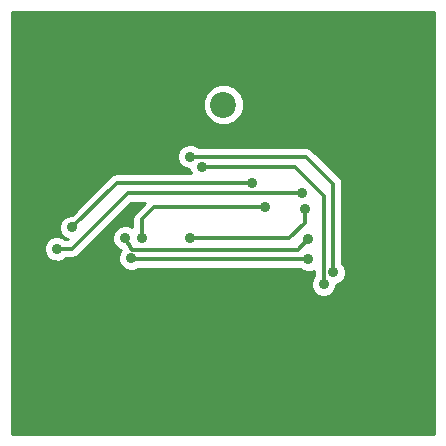
<source format=gbl>
G04 (created by PCBNEW (2013-jul-07)-stable) date Fri 02 May 2014 10:31:21 AM CDT*
%MOIN*%
G04 Gerber Fmt 3.4, Leading zero omitted, Abs format*
%FSLAX34Y34*%
G01*
G70*
G90*
G04 APERTURE LIST*
%ADD10C,0.00590551*%
%ADD11C,0.0866142*%
%ADD12C,0.035*%
%ADD13C,0.011811*%
%ADD14C,0.01*%
G04 APERTURE END LIST*
G54D10*
G54D11*
X33858Y-40944D03*
G54D12*
X37204Y-49015D03*
X30511Y-49015D03*
X37204Y-40551D03*
X30511Y-40551D03*
X39803Y-47007D03*
X40157Y-46732D03*
X40157Y-46259D03*
X39803Y-45944D03*
X40314Y-45787D03*
X40314Y-45118D03*
X39724Y-42755D03*
X40078Y-43070D03*
X40078Y-43503D03*
X39763Y-43818D03*
X40314Y-43937D03*
X40314Y-44645D03*
X27125Y-46574D03*
X27125Y-47322D03*
X27559Y-43149D03*
X27598Y-44645D03*
X27125Y-44645D03*
X27125Y-43149D03*
X27125Y-44173D03*
X27125Y-43661D03*
X32755Y-42677D03*
X37519Y-46535D03*
X33149Y-43031D03*
X37204Y-46929D03*
X31141Y-45393D03*
X35236Y-44370D03*
X36574Y-44409D03*
X32755Y-45393D03*
X28307Y-45748D03*
X36496Y-43897D03*
X34803Y-43543D03*
X28818Y-45039D03*
X36692Y-46102D03*
X30787Y-46062D03*
X36692Y-45433D03*
X30590Y-45393D03*
G54D13*
X32755Y-42677D02*
X36614Y-42677D01*
X36614Y-42677D02*
X37519Y-43582D01*
X37519Y-43582D02*
X37519Y-46535D01*
X33149Y-43031D02*
X36259Y-43031D01*
X36259Y-43031D02*
X37204Y-43976D01*
X37204Y-43976D02*
X37204Y-46929D01*
X31141Y-44763D02*
X31141Y-45393D01*
X31535Y-44370D02*
X31141Y-44763D01*
X35236Y-44370D02*
X31535Y-44370D01*
X36574Y-44881D02*
X36574Y-44409D01*
X36062Y-45393D02*
X36574Y-44881D01*
X32755Y-45393D02*
X36062Y-45393D01*
X28307Y-45748D02*
X28818Y-45748D01*
X28818Y-45748D02*
X30669Y-43897D01*
X30669Y-43897D02*
X36496Y-43897D01*
X30314Y-43543D02*
X34803Y-43543D01*
X28818Y-45039D02*
X30314Y-43543D01*
X30826Y-46102D02*
X36692Y-46102D01*
X30787Y-46062D02*
X30826Y-46102D01*
X36338Y-45787D02*
X36692Y-45433D01*
X30826Y-45787D02*
X36338Y-45787D01*
X30590Y-45393D02*
X30826Y-45787D01*
G54D10*
G36*
X40894Y-51918D02*
X37944Y-51918D01*
X37944Y-46451D01*
X37880Y-46295D01*
X37828Y-46243D01*
X37828Y-43582D01*
X37805Y-43464D01*
X37805Y-43464D01*
X37738Y-43364D01*
X36832Y-42458D01*
X36732Y-42391D01*
X36614Y-42368D01*
X34541Y-42368D01*
X34541Y-40809D01*
X34437Y-40558D01*
X34245Y-40366D01*
X33994Y-40261D01*
X33722Y-40261D01*
X33471Y-40365D01*
X33279Y-40557D01*
X33175Y-40808D01*
X33175Y-41080D01*
X33278Y-41331D01*
X33470Y-41523D01*
X33721Y-41627D01*
X33993Y-41628D01*
X34244Y-41524D01*
X34437Y-41332D01*
X34541Y-41081D01*
X34541Y-40809D01*
X34541Y-42368D01*
X33047Y-42368D01*
X32996Y-42317D01*
X32840Y-42252D01*
X32671Y-42252D01*
X32515Y-42316D01*
X32395Y-42436D01*
X32330Y-42592D01*
X32330Y-42761D01*
X32395Y-42917D01*
X32514Y-43037D01*
X32670Y-43102D01*
X32724Y-43102D01*
X32724Y-43115D01*
X32773Y-43234D01*
X30314Y-43234D01*
X30196Y-43257D01*
X30096Y-43324D01*
X30096Y-43324D01*
X28806Y-44614D01*
X28734Y-44614D01*
X28578Y-44678D01*
X28458Y-44798D01*
X28393Y-44954D01*
X28393Y-45123D01*
X28458Y-45279D01*
X28577Y-45399D01*
X28673Y-45438D01*
X28599Y-45438D01*
X28548Y-45387D01*
X28391Y-45323D01*
X28222Y-45322D01*
X28066Y-45387D01*
X27946Y-45506D01*
X27882Y-45663D01*
X27882Y-45832D01*
X27946Y-45988D01*
X28066Y-46108D01*
X28222Y-46172D01*
X28391Y-46173D01*
X28547Y-46108D01*
X28599Y-46057D01*
X28818Y-46057D01*
X28937Y-46033D01*
X28937Y-46033D01*
X29037Y-45966D01*
X30797Y-44206D01*
X31261Y-44206D01*
X30923Y-44545D01*
X30856Y-44645D01*
X30832Y-44763D01*
X30832Y-45034D01*
X30831Y-45033D01*
X30675Y-44968D01*
X30506Y-44968D01*
X30350Y-45033D01*
X30230Y-45152D01*
X30165Y-45308D01*
X30165Y-45477D01*
X30230Y-45634D01*
X30349Y-45753D01*
X30452Y-45796D01*
X30427Y-45821D01*
X30362Y-45978D01*
X30362Y-46147D01*
X30426Y-46303D01*
X30546Y-46423D01*
X30702Y-46487D01*
X30871Y-46488D01*
X31027Y-46423D01*
X31039Y-46411D01*
X36400Y-46411D01*
X36451Y-46462D01*
X36608Y-46527D01*
X36777Y-46527D01*
X36895Y-46478D01*
X36895Y-46637D01*
X36844Y-46688D01*
X36779Y-46844D01*
X36779Y-47013D01*
X36844Y-47169D01*
X36963Y-47289D01*
X37119Y-47354D01*
X37288Y-47354D01*
X37445Y-47289D01*
X37564Y-47170D01*
X37629Y-47014D01*
X37629Y-46949D01*
X37760Y-46895D01*
X37879Y-46776D01*
X37944Y-46620D01*
X37944Y-46451D01*
X37944Y-51918D01*
X26821Y-51918D01*
X26821Y-37845D01*
X40894Y-37845D01*
X40894Y-51918D01*
X40894Y-51918D01*
G37*
G54D14*
X40894Y-51918D02*
X37944Y-51918D01*
X37944Y-46451D01*
X37880Y-46295D01*
X37828Y-46243D01*
X37828Y-43582D01*
X37805Y-43464D01*
X37805Y-43464D01*
X37738Y-43364D01*
X36832Y-42458D01*
X36732Y-42391D01*
X36614Y-42368D01*
X34541Y-42368D01*
X34541Y-40809D01*
X34437Y-40558D01*
X34245Y-40366D01*
X33994Y-40261D01*
X33722Y-40261D01*
X33471Y-40365D01*
X33279Y-40557D01*
X33175Y-40808D01*
X33175Y-41080D01*
X33278Y-41331D01*
X33470Y-41523D01*
X33721Y-41627D01*
X33993Y-41628D01*
X34244Y-41524D01*
X34437Y-41332D01*
X34541Y-41081D01*
X34541Y-40809D01*
X34541Y-42368D01*
X33047Y-42368D01*
X32996Y-42317D01*
X32840Y-42252D01*
X32671Y-42252D01*
X32515Y-42316D01*
X32395Y-42436D01*
X32330Y-42592D01*
X32330Y-42761D01*
X32395Y-42917D01*
X32514Y-43037D01*
X32670Y-43102D01*
X32724Y-43102D01*
X32724Y-43115D01*
X32773Y-43234D01*
X30314Y-43234D01*
X30196Y-43257D01*
X30096Y-43324D01*
X30096Y-43324D01*
X28806Y-44614D01*
X28734Y-44614D01*
X28578Y-44678D01*
X28458Y-44798D01*
X28393Y-44954D01*
X28393Y-45123D01*
X28458Y-45279D01*
X28577Y-45399D01*
X28673Y-45438D01*
X28599Y-45438D01*
X28548Y-45387D01*
X28391Y-45323D01*
X28222Y-45322D01*
X28066Y-45387D01*
X27946Y-45506D01*
X27882Y-45663D01*
X27882Y-45832D01*
X27946Y-45988D01*
X28066Y-46108D01*
X28222Y-46172D01*
X28391Y-46173D01*
X28547Y-46108D01*
X28599Y-46057D01*
X28818Y-46057D01*
X28937Y-46033D01*
X28937Y-46033D01*
X29037Y-45966D01*
X30797Y-44206D01*
X31261Y-44206D01*
X30923Y-44545D01*
X30856Y-44645D01*
X30832Y-44763D01*
X30832Y-45034D01*
X30831Y-45033D01*
X30675Y-44968D01*
X30506Y-44968D01*
X30350Y-45033D01*
X30230Y-45152D01*
X30165Y-45308D01*
X30165Y-45477D01*
X30230Y-45634D01*
X30349Y-45753D01*
X30452Y-45796D01*
X30427Y-45821D01*
X30362Y-45978D01*
X30362Y-46147D01*
X30426Y-46303D01*
X30546Y-46423D01*
X30702Y-46487D01*
X30871Y-46488D01*
X31027Y-46423D01*
X31039Y-46411D01*
X36400Y-46411D01*
X36451Y-46462D01*
X36608Y-46527D01*
X36777Y-46527D01*
X36895Y-46478D01*
X36895Y-46637D01*
X36844Y-46688D01*
X36779Y-46844D01*
X36779Y-47013D01*
X36844Y-47169D01*
X36963Y-47289D01*
X37119Y-47354D01*
X37288Y-47354D01*
X37445Y-47289D01*
X37564Y-47170D01*
X37629Y-47014D01*
X37629Y-46949D01*
X37760Y-46895D01*
X37879Y-46776D01*
X37944Y-46620D01*
X37944Y-46451D01*
X37944Y-51918D01*
X26821Y-51918D01*
X26821Y-37845D01*
X40894Y-37845D01*
X40894Y-51918D01*
M02*

</source>
